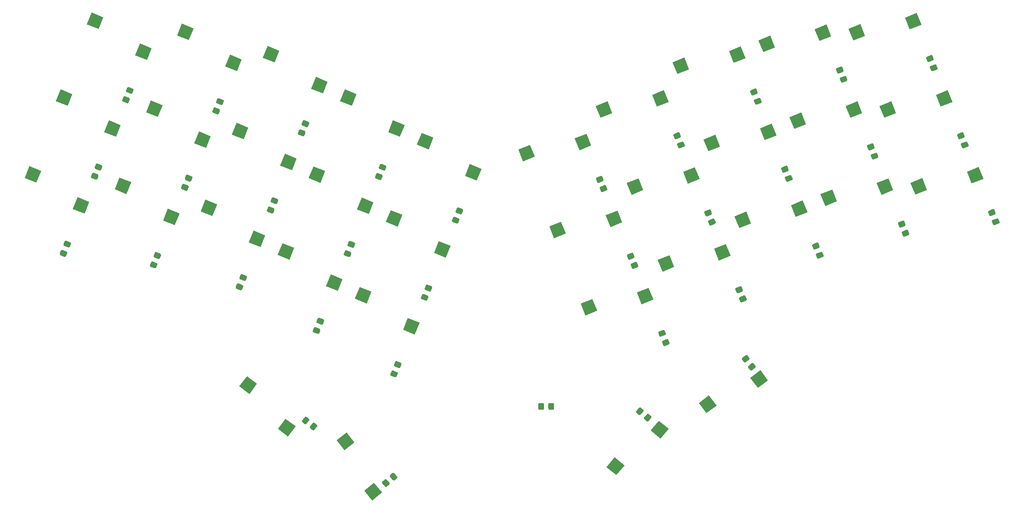
<source format=gbr>
G04 #@! TF.GenerationSoftware,KiCad,Pcbnew,(5.1.9-0-10_14)*
G04 #@! TF.CreationDate,2021-02-04T04:11:51-06:00*
G04 #@! TF.ProjectId,micro_redox_semi_split,6d696372-6f5f-4726-9564-6f785f73656d,rev?*
G04 #@! TF.SameCoordinates,Original*
G04 #@! TF.FileFunction,Paste,Bot*
G04 #@! TF.FilePolarity,Positive*
%FSLAX46Y46*%
G04 Gerber Fmt 4.6, Leading zero omitted, Abs format (unit mm)*
G04 Created by KiCad (PCBNEW (5.1.9-0-10_14)) date 2021-02-04 04:11:51*
%MOMM*%
%LPD*%
G01*
G04 APERTURE LIST*
%ADD10C,0.100000*%
G04 APERTURE END LIST*
D10*
G36*
X198689582Y-65138819D02*
G01*
X197715604Y-62728141D01*
X200126282Y-61754163D01*
X201100260Y-64164841D01*
X198689582Y-65138819D01*
G37*
G36*
X210222690Y-62851917D02*
G01*
X209248712Y-60441239D01*
X211659390Y-59467261D01*
X212633368Y-61877939D01*
X210222690Y-62851917D01*
G37*
G36*
X180695171Y-123418049D02*
G01*
X179130452Y-121341596D01*
X181206905Y-119776877D01*
X182771624Y-121853330D01*
X180695171Y-123418049D01*
G37*
G36*
X191243405Y-118224084D02*
G01*
X189678686Y-116147631D01*
X191755139Y-114582912D01*
X193319858Y-116659365D01*
X191243405Y-118224084D01*
G37*
G36*
X162234253Y-136126816D02*
G01*
X160228029Y-134473012D01*
X161881833Y-132466788D01*
X163888057Y-134120592D01*
X162234253Y-136126816D01*
G37*
G36*
X171278530Y-128613924D02*
G01*
X169272306Y-126960120D01*
X170926110Y-124953896D01*
X172932334Y-126607700D01*
X171278530Y-128613924D01*
G37*
G36*
X104894365Y-129002954D02*
G01*
X106900589Y-127349150D01*
X108554393Y-129355374D01*
X106548169Y-131009178D01*
X104894365Y-129002954D01*
G37*
G36*
X110543494Y-139314590D02*
G01*
X112549718Y-137660786D01*
X114203522Y-139667010D01*
X112197298Y-141320814D01*
X110543494Y-139314590D01*
G37*
G36*
X84946047Y-117911439D02*
G01*
X86510766Y-115834986D01*
X88587219Y-117399705D01*
X87022500Y-119476158D01*
X84946047Y-117911439D01*
G37*
G36*
X92846294Y-126619400D02*
G01*
X94411013Y-124542947D01*
X96487466Y-126107666D01*
X94922747Y-128184119D01*
X92846294Y-126619400D01*
G37*
G36*
X223518080Y-78600818D02*
G01*
X222544102Y-76190140D01*
X224954780Y-75216162D01*
X225928758Y-77626840D01*
X223518080Y-78600818D01*
G37*
G36*
X235051188Y-76313916D02*
G01*
X234077210Y-73903238D01*
X236487888Y-72929260D01*
X237461866Y-75339938D01*
X235051188Y-76313916D01*
G37*
G36*
X205039579Y-80950321D02*
G01*
X204065601Y-78539643D01*
X206476279Y-77565665D01*
X207450257Y-79976343D01*
X205039579Y-80950321D01*
G37*
G36*
X216572687Y-78663419D02*
G01*
X215598709Y-76252741D01*
X218009387Y-75278763D01*
X218983365Y-77689441D01*
X216572687Y-78663419D01*
G37*
G36*
X187450081Y-85458819D02*
G01*
X186476103Y-83048141D01*
X188886781Y-82074163D01*
X189860759Y-84484841D01*
X187450081Y-85458819D01*
G37*
G36*
X198983189Y-83171917D02*
G01*
X198009211Y-80761239D01*
X200419889Y-79787261D01*
X201393867Y-82197939D01*
X198983189Y-83171917D01*
G37*
G36*
X171702080Y-94412323D02*
G01*
X170728102Y-92001645D01*
X173138780Y-91027667D01*
X174112758Y-93438345D01*
X171702080Y-94412323D01*
G37*
G36*
X183235188Y-92125421D02*
G01*
X182261210Y-89714743D01*
X184671888Y-88740765D01*
X185645866Y-91151443D01*
X183235188Y-92125421D01*
G37*
G36*
X155890581Y-103365818D02*
G01*
X154916603Y-100955140D01*
X157327281Y-99981162D01*
X158301259Y-102391840D01*
X155890581Y-103365818D01*
G37*
G36*
X167423689Y-101078916D02*
G01*
X166449711Y-98668238D01*
X168860389Y-97694260D01*
X169834367Y-100104938D01*
X167423689Y-101078916D01*
G37*
G36*
X108637924Y-99938167D02*
G01*
X109611902Y-97527489D01*
X112022580Y-98501467D01*
X111048602Y-100912145D01*
X108637924Y-99938167D01*
G37*
G36*
X118522763Y-106304678D02*
G01*
X119496741Y-103894000D01*
X121907419Y-104867978D01*
X120933441Y-107278656D01*
X118522763Y-106304678D01*
G37*
G36*
X92826422Y-90984665D02*
G01*
X93800400Y-88573987D01*
X96211078Y-89547965D01*
X95237100Y-91958643D01*
X92826422Y-90984665D01*
G37*
G36*
X102711261Y-97351176D02*
G01*
X103685239Y-94940498D01*
X106095917Y-95914476D01*
X105121939Y-98325154D01*
X102711261Y-97351176D01*
G37*
G36*
X77014922Y-82031166D02*
G01*
X77988900Y-79620488D01*
X80399578Y-80594466D01*
X79425600Y-83005144D01*
X77014922Y-82031166D01*
G37*
G36*
X86899761Y-88397677D02*
G01*
X87873739Y-85986999D01*
X90284417Y-86960977D01*
X89310439Y-89371655D01*
X86899761Y-88397677D01*
G37*
G36*
X59425425Y-77522669D02*
G01*
X60399403Y-75111991D01*
X62810081Y-76085969D01*
X61836103Y-78496647D01*
X59425425Y-77522669D01*
G37*
G36*
X69310264Y-83889180D02*
G01*
X70284242Y-81478502D01*
X72694920Y-82452480D01*
X71720942Y-84863158D01*
X69310264Y-83889180D01*
G37*
G36*
X40946918Y-75173172D02*
G01*
X41920896Y-72762494D01*
X44331574Y-73736472D01*
X43357596Y-76147150D01*
X40946918Y-75173172D01*
G37*
G36*
X50831757Y-81539683D02*
G01*
X51805735Y-79129005D01*
X54216413Y-80102983D01*
X53242435Y-82513661D01*
X50831757Y-81539683D01*
G37*
G36*
X217168082Y-62852817D02*
G01*
X216194104Y-60442139D01*
X218604782Y-59468161D01*
X219578760Y-61878839D01*
X217168082Y-62852817D01*
G37*
G36*
X228701190Y-60565915D02*
G01*
X227727212Y-58155237D01*
X230137890Y-57181259D01*
X231111868Y-59591937D01*
X228701190Y-60565915D01*
G37*
G36*
X181100081Y-69710820D02*
G01*
X180126103Y-67300142D01*
X182536781Y-66326164D01*
X183510759Y-68736842D01*
X181100081Y-69710820D01*
G37*
G36*
X192633189Y-67423918D02*
G01*
X191659211Y-65013240D01*
X194069889Y-64039262D01*
X195043867Y-66449940D01*
X192633189Y-67423918D01*
G37*
G36*
X165352081Y-78664322D02*
G01*
X164378103Y-76253644D01*
X166788781Y-75279666D01*
X167762759Y-77690344D01*
X165352081Y-78664322D01*
G37*
G36*
X176885189Y-76377420D02*
G01*
X175911211Y-73966742D01*
X178321889Y-72992764D01*
X179295867Y-75403442D01*
X176885189Y-76377420D01*
G37*
G36*
X149477077Y-87554322D02*
G01*
X148503099Y-85143644D01*
X150913777Y-84169666D01*
X151887755Y-86580344D01*
X149477077Y-87554322D01*
G37*
G36*
X161010185Y-85267420D02*
G01*
X160036207Y-82856742D01*
X162446885Y-81882764D01*
X163420863Y-84293442D01*
X161010185Y-85267420D01*
G37*
G36*
X114987921Y-84190171D02*
G01*
X115961899Y-81779493D01*
X118372577Y-82753471D01*
X117398599Y-85164149D01*
X114987921Y-84190171D01*
G37*
G36*
X124872760Y-90556682D02*
G01*
X125846738Y-88146004D01*
X128257416Y-89119982D01*
X127283438Y-91530660D01*
X124872760Y-90556682D01*
G37*
G36*
X99176420Y-75236669D02*
G01*
X100150398Y-72825991D01*
X102561076Y-73799969D01*
X101587098Y-76210647D01*
X99176420Y-75236669D01*
G37*
G36*
X109061259Y-81603180D02*
G01*
X110035237Y-79192502D01*
X112445915Y-80166480D01*
X111471937Y-82577158D01*
X109061259Y-81603180D01*
G37*
G36*
X83428421Y-66283166D02*
G01*
X84402399Y-63872488D01*
X86813077Y-64846466D01*
X85839099Y-67257144D01*
X83428421Y-66283166D01*
G37*
G36*
X93313260Y-72649677D02*
G01*
X94287238Y-70238999D01*
X96697916Y-71212977D01*
X95723938Y-73623655D01*
X93313260Y-72649677D01*
G37*
G36*
X65838921Y-61711166D02*
G01*
X66812899Y-59300488D01*
X69223577Y-60274466D01*
X68249599Y-62685144D01*
X65838921Y-61711166D01*
G37*
G36*
X75723760Y-68077677D02*
G01*
X76697738Y-65666999D01*
X79108416Y-66640977D01*
X78134438Y-69051655D01*
X75723760Y-68077677D01*
G37*
G36*
X47360419Y-59425168D02*
G01*
X48334397Y-57014490D01*
X50745075Y-57988468D01*
X49771097Y-60399146D01*
X47360419Y-59425168D01*
G37*
G36*
X57245258Y-65791679D02*
G01*
X58219236Y-63381001D01*
X60629914Y-64354979D01*
X59655936Y-66765657D01*
X57245258Y-65791679D01*
G37*
G36*
X210818079Y-47041317D02*
G01*
X209844101Y-44630639D01*
X212254779Y-43656661D01*
X213228757Y-46067339D01*
X210818079Y-47041317D01*
G37*
G36*
X222351187Y-44754415D02*
G01*
X221377209Y-42343737D01*
X223787887Y-41369759D01*
X224761865Y-43780437D01*
X222351187Y-44754415D01*
G37*
G36*
X192339584Y-49390819D02*
G01*
X191365606Y-46980141D01*
X193776284Y-46006163D01*
X194750262Y-48416841D01*
X192339584Y-49390819D01*
G37*
G36*
X203872692Y-47103917D02*
G01*
X202898714Y-44693239D01*
X205309392Y-43719261D01*
X206283370Y-46129939D01*
X203872692Y-47103917D01*
G37*
G36*
X174750080Y-53899320D02*
G01*
X173776102Y-51488642D01*
X176186780Y-50514664D01*
X177160758Y-52925342D01*
X174750080Y-53899320D01*
G37*
G36*
X186283188Y-51612418D02*
G01*
X185309210Y-49201740D01*
X187719888Y-48227762D01*
X188693866Y-50638440D01*
X186283188Y-51612418D01*
G37*
G36*
X159002080Y-62852821D02*
G01*
X158028102Y-60442143D01*
X160438780Y-59468165D01*
X161412758Y-61878843D01*
X159002080Y-62852821D01*
G37*
G36*
X170535188Y-60565919D02*
G01*
X169561210Y-58155241D01*
X171971888Y-57181263D01*
X172945866Y-59591941D01*
X170535188Y-60565919D01*
G37*
G36*
X143127083Y-71806320D02*
G01*
X142153105Y-69395642D01*
X144563783Y-68421664D01*
X145537761Y-70832342D01*
X143127083Y-71806320D01*
G37*
G36*
X154660191Y-69519418D02*
G01*
X153686213Y-67108740D01*
X156096891Y-66134762D01*
X157070869Y-68545440D01*
X154660191Y-69519418D01*
G37*
G36*
X121337921Y-68378668D02*
G01*
X122311899Y-65967990D01*
X124722577Y-66941968D01*
X123748599Y-69352646D01*
X121337921Y-68378668D01*
G37*
G36*
X131222760Y-74745179D02*
G01*
X132196738Y-72334501D01*
X134607416Y-73308479D01*
X133633438Y-75719157D01*
X131222760Y-74745179D01*
G37*
G36*
X105589920Y-59425167D02*
G01*
X106563898Y-57014489D01*
X108974576Y-57988467D01*
X108000598Y-60399145D01*
X105589920Y-59425167D01*
G37*
G36*
X115474759Y-65791678D02*
G01*
X116448737Y-63381000D01*
X118859415Y-64354978D01*
X117885437Y-66765656D01*
X115474759Y-65791678D01*
G37*
G36*
X89778421Y-50535167D02*
G01*
X90752399Y-48124489D01*
X93163077Y-49098467D01*
X92189099Y-51509145D01*
X89778421Y-50535167D01*
G37*
G36*
X99663260Y-56901678D02*
G01*
X100637238Y-54491000D01*
X103047916Y-55464978D01*
X102073938Y-57875656D01*
X99663260Y-56901678D01*
G37*
G36*
X72188919Y-45963167D02*
G01*
X73162897Y-43552489D01*
X75573575Y-44526467D01*
X74599597Y-46937145D01*
X72188919Y-45963167D01*
G37*
G36*
X82073758Y-52329678D02*
G01*
X83047736Y-49919000D01*
X85458414Y-50892978D01*
X84484436Y-53303656D01*
X82073758Y-52329678D01*
G37*
G36*
X53710421Y-43677166D02*
G01*
X54684399Y-41266488D01*
X57095077Y-42240466D01*
X56121099Y-44651144D01*
X53710421Y-43677166D01*
G37*
G36*
X63595260Y-50043677D02*
G01*
X64569238Y-47632999D01*
X66979916Y-48606977D01*
X66005938Y-51017655D01*
X63595260Y-50043677D01*
G37*
G36*
G01*
X147390866Y-121578895D02*
X147390866Y-122478897D01*
G75*
G02*
X147140867Y-122728896I-249999J0D01*
G01*
X146490865Y-122728896D01*
G75*
G02*
X146240866Y-122478897I0J249999D01*
G01*
X146240866Y-121578895D01*
G75*
G02*
X146490865Y-121328896I249999J0D01*
G01*
X147140867Y-121328896D01*
G75*
G02*
X147390866Y-121578895I0J-249999D01*
G01*
G37*
G36*
G01*
X149440866Y-121578895D02*
X149440866Y-122478897D01*
G75*
G02*
X149190867Y-122728896I-249999J0D01*
G01*
X148540865Y-122728896D01*
G75*
G02*
X148290866Y-122478897I0J249999D01*
G01*
X148290866Y-121578895D01*
G75*
G02*
X148540865Y-121328896I249999J0D01*
G01*
X149190867Y-121328896D01*
G75*
G02*
X149440866Y-121578895I0J-249999D01*
G01*
G37*
G36*
G01*
X189281297Y-113705598D02*
X190000070Y-113163963D01*
G75*
G02*
X190350181Y-113213168I150453J-199658D01*
G01*
X190741362Y-113732283D01*
G75*
G02*
X190692157Y-114082394I-199658J-150453D01*
G01*
X189973384Y-114624029D01*
G75*
G02*
X189623273Y-114574824I-150453J199658D01*
G01*
X189232092Y-114055709D01*
G75*
G02*
X189281297Y-113705598I199658J150453D01*
G01*
G37*
G36*
G01*
X188047577Y-112068396D02*
X188766350Y-111526761D01*
G75*
G02*
X189116461Y-111575966I150453J-199658D01*
G01*
X189507642Y-112095081D01*
G75*
G02*
X189458437Y-112445192I-199658J-150453D01*
G01*
X188739664Y-112986827D01*
G75*
G02*
X188389553Y-112937622I-150453J199658D01*
G01*
X187998372Y-112418507D01*
G75*
G02*
X188047577Y-112068396I199658J150453D01*
G01*
G37*
G36*
G01*
X167904362Y-124313363D02*
X168476834Y-123618899D01*
G75*
G02*
X168828758Y-123585013I192905J-159019D01*
G01*
X169330316Y-123998465D01*
G75*
G02*
X169364202Y-124350389I-159019J-192905D01*
G01*
X168791730Y-125044853D01*
G75*
G02*
X168439806Y-125078739I-192905J159019D01*
G01*
X167938248Y-124665287D01*
G75*
G02*
X167904362Y-124313363I159019J192905D01*
G01*
G37*
G36*
G01*
X166322532Y-123009403D02*
X166895004Y-122314939D01*
G75*
G02*
X167246928Y-122281053I192905J-159019D01*
G01*
X167748486Y-122694505D01*
G75*
G02*
X167782372Y-123046429I-159019J-192905D01*
G01*
X167209900Y-123740893D01*
G75*
G02*
X166857976Y-123774779I-192905J159019D01*
G01*
X166356418Y-123361327D01*
G75*
G02*
X166322532Y-123009403I159019J192905D01*
G01*
G37*
G36*
G01*
X115139903Y-137017406D02*
X115712375Y-137711870D01*
G75*
G02*
X115678489Y-138063794I-192905J-159019D01*
G01*
X115176931Y-138477246D01*
G75*
G02*
X114825007Y-138443360I-159019J192905D01*
G01*
X114252535Y-137748896D01*
G75*
G02*
X114286421Y-137396972I192905J159019D01*
G01*
X114787979Y-136983520D01*
G75*
G02*
X115139903Y-137017406I159019J-192905D01*
G01*
G37*
G36*
G01*
X116721733Y-135713446D02*
X117294205Y-136407910D01*
G75*
G02*
X117260319Y-136759834I-192905J-159019D01*
G01*
X116758761Y-137173286D01*
G75*
G02*
X116406837Y-137139400I-159019J192905D01*
G01*
X115834365Y-136444936D01*
G75*
G02*
X115868251Y-136093012I192905J159019D01*
G01*
X116369809Y-135679560D01*
G75*
G02*
X116721733Y-135713446I159019J-192905D01*
G01*
G37*
G36*
G01*
X99269430Y-124897705D02*
X98727795Y-125616478D01*
G75*
G02*
X98377684Y-125665683I-199658J150453D01*
G01*
X97858569Y-125274502D01*
G75*
G02*
X97809364Y-124924391I150453J199658D01*
G01*
X98350999Y-124205618D01*
G75*
G02*
X98701110Y-124156413I199658J-150453D01*
G01*
X99220225Y-124547594D01*
G75*
G02*
X99269430Y-124897705I-150453J-199658D01*
G01*
G37*
G36*
G01*
X100906632Y-126131425D02*
X100364997Y-126850198D01*
G75*
G02*
X100014886Y-126899403I-199658J150453D01*
G01*
X99495771Y-126508222D01*
G75*
G02*
X99446566Y-126158111I150453J199658D01*
G01*
X99988201Y-125439338D01*
G75*
G02*
X100338312Y-125390133I199658J-150453D01*
G01*
X100857427Y-125781314D01*
G75*
G02*
X100906632Y-126131425I-150453J-199658D01*
G01*
G37*
G36*
G01*
X239847026Y-82644595D02*
X239012559Y-82981742D01*
G75*
G02*
X238687113Y-82843598I-93651J231795D01*
G01*
X238443618Y-82240927D01*
G75*
G02*
X238581762Y-81915481I231795J93651D01*
G01*
X239416229Y-81578334D01*
G75*
G02*
X239741675Y-81716478I93651J-231795D01*
G01*
X239985170Y-82319149D01*
G75*
G02*
X239847026Y-82644595I-231795J-93651D01*
G01*
G37*
G36*
G01*
X240614970Y-84545321D02*
X239780503Y-84882468D01*
G75*
G02*
X239455057Y-84744324I-93651J231795D01*
G01*
X239211562Y-84141653D01*
G75*
G02*
X239349706Y-83816207I231795J93651D01*
G01*
X240184173Y-83479060D01*
G75*
G02*
X240509619Y-83617204I93651J-231795D01*
G01*
X240753114Y-84219875D01*
G75*
G02*
X240614970Y-84545321I-231795J-93651D01*
G01*
G37*
G36*
G01*
X221368526Y-84994092D02*
X220534059Y-85331239D01*
G75*
G02*
X220208613Y-85193095I-93651J231795D01*
G01*
X219965118Y-84590424D01*
G75*
G02*
X220103262Y-84264978I231795J93651D01*
G01*
X220937729Y-83927831D01*
G75*
G02*
X221263175Y-84065975I93651J-231795D01*
G01*
X221506670Y-84668646D01*
G75*
G02*
X221368526Y-84994092I-231795J-93651D01*
G01*
G37*
G36*
G01*
X222136470Y-86894818D02*
X221302003Y-87231965D01*
G75*
G02*
X220976557Y-87093821I-93651J231795D01*
G01*
X220733062Y-86491150D01*
G75*
G02*
X220871206Y-86165704I231795J93651D01*
G01*
X221705673Y-85828557D01*
G75*
G02*
X222031119Y-85966701I93651J-231795D01*
G01*
X222274614Y-86569372D01*
G75*
G02*
X222136470Y-86894818I-231795J-93651D01*
G01*
G37*
G36*
G01*
X203779026Y-89502593D02*
X202944559Y-89839740D01*
G75*
G02*
X202619113Y-89701596I-93651J231795D01*
G01*
X202375618Y-89098925D01*
G75*
G02*
X202513762Y-88773479I231795J93651D01*
G01*
X203348229Y-88436332D01*
G75*
G02*
X203673675Y-88574476I93651J-231795D01*
G01*
X203917170Y-89177147D01*
G75*
G02*
X203779026Y-89502593I-231795J-93651D01*
G01*
G37*
G36*
G01*
X204546970Y-91403319D02*
X203712503Y-91740466D01*
G75*
G02*
X203387057Y-91602322I-93651J231795D01*
G01*
X203143562Y-90999651D01*
G75*
G02*
X203281706Y-90674205I231795J93651D01*
G01*
X204116173Y-90337058D01*
G75*
G02*
X204441619Y-90475202I93651J-231795D01*
G01*
X204685114Y-91077873D01*
G75*
G02*
X204546970Y-91403319I-231795J-93651D01*
G01*
G37*
G36*
G01*
X188031029Y-98456094D02*
X187196562Y-98793241D01*
G75*
G02*
X186871116Y-98655097I-93651J231795D01*
G01*
X186627621Y-98052426D01*
G75*
G02*
X186765765Y-97726980I231795J93651D01*
G01*
X187600232Y-97389833D01*
G75*
G02*
X187925678Y-97527977I93651J-231795D01*
G01*
X188169173Y-98130648D01*
G75*
G02*
X188031029Y-98456094I-231795J-93651D01*
G01*
G37*
G36*
G01*
X188798973Y-100356820D02*
X187964506Y-100693967D01*
G75*
G02*
X187639060Y-100555823I-93651J231795D01*
G01*
X187395565Y-99953152D01*
G75*
G02*
X187533709Y-99627706I231795J93651D01*
G01*
X188368176Y-99290559D01*
G75*
G02*
X188693622Y-99428703I93651J-231795D01*
G01*
X188937117Y-100031374D01*
G75*
G02*
X188798973Y-100356820I-231795J-93651D01*
G01*
G37*
G36*
G01*
X172219527Y-107409588D02*
X171385060Y-107746735D01*
G75*
G02*
X171059614Y-107608591I-93651J231795D01*
G01*
X170816119Y-107005920D01*
G75*
G02*
X170954263Y-106680474I231795J93651D01*
G01*
X171788730Y-106343327D01*
G75*
G02*
X172114176Y-106481471I93651J-231795D01*
G01*
X172357671Y-107084142D01*
G75*
G02*
X172219527Y-107409588I-231795J-93651D01*
G01*
G37*
G36*
G01*
X172987471Y-109310314D02*
X172153004Y-109647461D01*
G75*
G02*
X171827558Y-109509317I-93651J231795D01*
G01*
X171584063Y-108906646D01*
G75*
G02*
X171722207Y-108581200I231795J93651D01*
G01*
X172556674Y-108244053D01*
G75*
G02*
X172882120Y-108382197I93651J-231795D01*
G01*
X173125615Y-108984868D01*
G75*
G02*
X172987471Y-109310314I-231795J-93651D01*
G01*
G37*
G36*
G01*
X117629175Y-114160238D02*
X116794708Y-113823091D01*
G75*
G02*
X116656564Y-113497645I93651J231795D01*
G01*
X116900059Y-112894974D01*
G75*
G02*
X117225505Y-112756830I231795J-93651D01*
G01*
X118059972Y-113093977D01*
G75*
G02*
X118198116Y-113419423I-93651J-231795D01*
G01*
X117954621Y-114022094D01*
G75*
G02*
X117629175Y-114160238I-231795J93651D01*
G01*
G37*
G36*
G01*
X116861231Y-116060964D02*
X116026764Y-115723817D01*
G75*
G02*
X115888620Y-115398371I93651J231795D01*
G01*
X116132115Y-114795700D01*
G75*
G02*
X116457561Y-114657556I231795J-93651D01*
G01*
X117292028Y-114994703D01*
G75*
G02*
X117430172Y-115320149I-93651J-231795D01*
G01*
X117186677Y-115922820D01*
G75*
G02*
X116861231Y-116060964I-231795J93651D01*
G01*
G37*
G36*
G01*
X101754176Y-105270246D02*
X100919709Y-104933099D01*
G75*
G02*
X100781565Y-104607653I93651J231795D01*
G01*
X101025060Y-104004982D01*
G75*
G02*
X101350506Y-103866838I231795J-93651D01*
G01*
X102184973Y-104203985D01*
G75*
G02*
X102323117Y-104529431I-93651J-231795D01*
G01*
X102079622Y-105132102D01*
G75*
G02*
X101754176Y-105270246I-231795J93651D01*
G01*
G37*
G36*
G01*
X100986232Y-107170972D02*
X100151765Y-106833825D01*
G75*
G02*
X100013621Y-106508379I93651J231795D01*
G01*
X100257116Y-105905708D01*
G75*
G02*
X100582562Y-105767564I231795J-93651D01*
G01*
X101417029Y-106104711D01*
G75*
G02*
X101555173Y-106430157I-93651J-231795D01*
G01*
X101311678Y-107032828D01*
G75*
G02*
X100986232Y-107170972I-231795J93651D01*
G01*
G37*
G36*
G01*
X85942674Y-96316741D02*
X85108207Y-95979594D01*
G75*
G02*
X84970063Y-95654148I93651J231795D01*
G01*
X85213558Y-95051477D01*
G75*
G02*
X85539004Y-94913333I231795J-93651D01*
G01*
X86373471Y-95250480D01*
G75*
G02*
X86511615Y-95575926I-93651J-231795D01*
G01*
X86268120Y-96178597D01*
G75*
G02*
X85942674Y-96316741I-231795J93651D01*
G01*
G37*
G36*
G01*
X85174730Y-98217467D02*
X84340263Y-97880320D01*
G75*
G02*
X84202119Y-97554874I93651J231795D01*
G01*
X84445614Y-96952203D01*
G75*
G02*
X84771060Y-96814059I231795J-93651D01*
G01*
X85605527Y-97151206D01*
G75*
G02*
X85743671Y-97476652I-93651J-231795D01*
G01*
X85500176Y-98079323D01*
G75*
G02*
X85174730Y-98217467I-231795J93651D01*
G01*
G37*
G36*
G01*
X68353175Y-91808238D02*
X67518708Y-91471091D01*
G75*
G02*
X67380564Y-91145645I93651J231795D01*
G01*
X67624059Y-90542974D01*
G75*
G02*
X67949505Y-90404830I231795J-93651D01*
G01*
X68783972Y-90741977D01*
G75*
G02*
X68922116Y-91067423I-93651J-231795D01*
G01*
X68678621Y-91670094D01*
G75*
G02*
X68353175Y-91808238I-231795J93651D01*
G01*
G37*
G36*
G01*
X67585231Y-93708964D02*
X66750764Y-93371817D01*
G75*
G02*
X66612620Y-93046371I93651J231795D01*
G01*
X66856115Y-92443700D01*
G75*
G02*
X67181561Y-92305556I231795J-93651D01*
G01*
X68016028Y-92642703D01*
G75*
G02*
X68154172Y-92968149I-93651J-231795D01*
G01*
X67910677Y-93570820D01*
G75*
G02*
X67585231Y-93708964I-231795J93651D01*
G01*
G37*
G36*
G01*
X49874675Y-89458741D02*
X49040208Y-89121594D01*
G75*
G02*
X48902064Y-88796148I93651J231795D01*
G01*
X49145559Y-88193477D01*
G75*
G02*
X49471005Y-88055333I231795J-93651D01*
G01*
X50305472Y-88392480D01*
G75*
G02*
X50443616Y-88717926I-93651J-231795D01*
G01*
X50200121Y-89320597D01*
G75*
G02*
X49874675Y-89458741I-231795J93651D01*
G01*
G37*
G36*
G01*
X49106731Y-91359467D02*
X48272264Y-91022320D01*
G75*
G02*
X48134120Y-90696874I93651J231795D01*
G01*
X48377615Y-90094203D01*
G75*
G02*
X48703061Y-89956059I231795J-93651D01*
G01*
X49537528Y-90293206D01*
G75*
G02*
X49675672Y-90618652I-93651J-231795D01*
G01*
X49432177Y-91221323D01*
G75*
G02*
X49106731Y-91359467I-231795J93651D01*
G01*
G37*
G36*
G01*
X233497027Y-66896593D02*
X232662560Y-67233740D01*
G75*
G02*
X232337114Y-67095596I-93651J231795D01*
G01*
X232093619Y-66492925D01*
G75*
G02*
X232231763Y-66167479I231795J93651D01*
G01*
X233066230Y-65830332D01*
G75*
G02*
X233391676Y-65968476I93651J-231795D01*
G01*
X233635171Y-66571147D01*
G75*
G02*
X233497027Y-66896593I-231795J-93651D01*
G01*
G37*
G36*
G01*
X234264971Y-68797319D02*
X233430504Y-69134466D01*
G75*
G02*
X233105058Y-68996322I-93651J231795D01*
G01*
X232861563Y-68393651D01*
G75*
G02*
X232999707Y-68068205I231795J93651D01*
G01*
X233834174Y-67731058D01*
G75*
G02*
X234159620Y-67869202I93651J-231795D01*
G01*
X234403115Y-68471873D01*
G75*
G02*
X234264971Y-68797319I-231795J-93651D01*
G01*
G37*
G36*
G01*
X215018529Y-69182599D02*
X214184062Y-69519746D01*
G75*
G02*
X213858616Y-69381602I-93651J231795D01*
G01*
X213615121Y-68778931D01*
G75*
G02*
X213753265Y-68453485I231795J93651D01*
G01*
X214587732Y-68116338D01*
G75*
G02*
X214913178Y-68254482I93651J-231795D01*
G01*
X215156673Y-68857153D01*
G75*
G02*
X215018529Y-69182599I-231795J-93651D01*
G01*
G37*
G36*
G01*
X215786473Y-71083325D02*
X214952006Y-71420472D01*
G75*
G02*
X214626560Y-71282328I-93651J231795D01*
G01*
X214383065Y-70679657D01*
G75*
G02*
X214521209Y-70354211I231795J93651D01*
G01*
X215355676Y-70017064D01*
G75*
G02*
X215681122Y-70155208I93651J-231795D01*
G01*
X215924617Y-70757879D01*
G75*
G02*
X215786473Y-71083325I-231795J-93651D01*
G01*
G37*
G36*
G01*
X197429028Y-73754593D02*
X196594561Y-74091740D01*
G75*
G02*
X196269115Y-73953596I-93651J231795D01*
G01*
X196025620Y-73350925D01*
G75*
G02*
X196163764Y-73025479I231795J93651D01*
G01*
X196998231Y-72688332D01*
G75*
G02*
X197323677Y-72826476I93651J-231795D01*
G01*
X197567172Y-73429147D01*
G75*
G02*
X197429028Y-73754593I-231795J-93651D01*
G01*
G37*
G36*
G01*
X198196972Y-75655319D02*
X197362505Y-75992466D01*
G75*
G02*
X197037059Y-75854322I-93651J231795D01*
G01*
X196793564Y-75251651D01*
G75*
G02*
X196931708Y-74926205I231795J93651D01*
G01*
X197766175Y-74589058D01*
G75*
G02*
X198091621Y-74727202I93651J-231795D01*
G01*
X198335116Y-75329873D01*
G75*
G02*
X198196972Y-75655319I-231795J-93651D01*
G01*
G37*
G36*
G01*
X181681027Y-82708094D02*
X180846560Y-83045241D01*
G75*
G02*
X180521114Y-82907097I-93651J231795D01*
G01*
X180277619Y-82304426D01*
G75*
G02*
X180415763Y-81978980I231795J93651D01*
G01*
X181250230Y-81641833D01*
G75*
G02*
X181575676Y-81779977I93651J-231795D01*
G01*
X181819171Y-82382648D01*
G75*
G02*
X181681027Y-82708094I-231795J-93651D01*
G01*
G37*
G36*
G01*
X182448971Y-84608820D02*
X181614504Y-84945967D01*
G75*
G02*
X181289058Y-84807823I-93651J231795D01*
G01*
X181045563Y-84205152D01*
G75*
G02*
X181183707Y-83879706I231795J93651D01*
G01*
X182018174Y-83542559D01*
G75*
G02*
X182343620Y-83680703I93651J-231795D01*
G01*
X182587115Y-84283374D01*
G75*
G02*
X182448971Y-84608820I-231795J-93651D01*
G01*
G37*
G36*
G01*
X165806026Y-91598095D02*
X164971559Y-91935242D01*
G75*
G02*
X164646113Y-91797098I-93651J231795D01*
G01*
X164402618Y-91194427D01*
G75*
G02*
X164540762Y-90868981I231795J93651D01*
G01*
X165375229Y-90531834D01*
G75*
G02*
X165700675Y-90669978I93651J-231795D01*
G01*
X165944170Y-91272649D01*
G75*
G02*
X165806026Y-91598095I-231795J-93651D01*
G01*
G37*
G36*
G01*
X166573970Y-93498821D02*
X165739503Y-93835968D01*
G75*
G02*
X165414057Y-93697824I-93651J231795D01*
G01*
X165170562Y-93095153D01*
G75*
G02*
X165308706Y-92769707I231795J93651D01*
G01*
X166143173Y-92432560D01*
G75*
G02*
X166468619Y-92570704I93651J-231795D01*
G01*
X166712114Y-93173375D01*
G75*
G02*
X166573970Y-93498821I-231795J-93651D01*
G01*
G37*
G36*
G01*
X123915673Y-98475741D02*
X123081206Y-98138594D01*
G75*
G02*
X122943062Y-97813148I93651J231795D01*
G01*
X123186557Y-97210477D01*
G75*
G02*
X123512003Y-97072333I231795J-93651D01*
G01*
X124346470Y-97409480D01*
G75*
G02*
X124484614Y-97734926I-93651J-231795D01*
G01*
X124241119Y-98337597D01*
G75*
G02*
X123915673Y-98475741I-231795J93651D01*
G01*
G37*
G36*
G01*
X123147729Y-100376467D02*
X122313262Y-100039320D01*
G75*
G02*
X122175118Y-99713874I93651J231795D01*
G01*
X122418613Y-99111203D01*
G75*
G02*
X122744059Y-98973059I231795J-93651D01*
G01*
X123578526Y-99310206D01*
G75*
G02*
X123716670Y-99635652I-93651J-231795D01*
G01*
X123473175Y-100238323D01*
G75*
G02*
X123147729Y-100376467I-231795J93651D01*
G01*
G37*
G36*
G01*
X108104170Y-89522240D02*
X107269703Y-89185093D01*
G75*
G02*
X107131559Y-88859647I93651J231795D01*
G01*
X107375054Y-88256976D01*
G75*
G02*
X107700500Y-88118832I231795J-93651D01*
G01*
X108534967Y-88455979D01*
G75*
G02*
X108673111Y-88781425I-93651J-231795D01*
G01*
X108429616Y-89384096D01*
G75*
G02*
X108104170Y-89522240I-231795J93651D01*
G01*
G37*
G36*
G01*
X107336226Y-91422966D02*
X106501759Y-91085819D01*
G75*
G02*
X106363615Y-90760373I93651J231795D01*
G01*
X106607110Y-90157702D01*
G75*
G02*
X106932556Y-90019558I231795J-93651D01*
G01*
X107767023Y-90356705D01*
G75*
G02*
X107905167Y-90682151I-93651J-231795D01*
G01*
X107661672Y-91284822D01*
G75*
G02*
X107336226Y-91422966I-231795J93651D01*
G01*
G37*
G36*
G01*
X92353202Y-80566603D02*
X91518735Y-80229456D01*
G75*
G02*
X91380591Y-79904010I93651J231795D01*
G01*
X91624086Y-79301339D01*
G75*
G02*
X91949532Y-79163195I231795J-93651D01*
G01*
X92783999Y-79500342D01*
G75*
G02*
X92922143Y-79825788I-93651J-231795D01*
G01*
X92678648Y-80428459D01*
G75*
G02*
X92353202Y-80566603I-231795J93651D01*
G01*
G37*
G36*
G01*
X91585258Y-82467329D02*
X90750791Y-82130182D01*
G75*
G02*
X90612647Y-81804736I93651J231795D01*
G01*
X90856142Y-81202065D01*
G75*
G02*
X91181588Y-81063921I231795J-93651D01*
G01*
X92016055Y-81401068D01*
G75*
G02*
X92154199Y-81726514I-93651J-231795D01*
G01*
X91910704Y-82329185D01*
G75*
G02*
X91585258Y-82467329I-231795J93651D01*
G01*
G37*
G36*
G01*
X74763700Y-75931105D02*
X73929233Y-75593958D01*
G75*
G02*
X73791089Y-75268512I93651J231795D01*
G01*
X74034584Y-74665841D01*
G75*
G02*
X74360030Y-74527697I231795J-93651D01*
G01*
X75194497Y-74864844D01*
G75*
G02*
X75332641Y-75190290I-93651J-231795D01*
G01*
X75089146Y-75792961D01*
G75*
G02*
X74763700Y-75931105I-231795J93651D01*
G01*
G37*
G36*
G01*
X73995756Y-77831831D02*
X73161289Y-77494684D01*
G75*
G02*
X73023145Y-77169238I93651J231795D01*
G01*
X73266640Y-76566567D01*
G75*
G02*
X73592086Y-76428423I231795J-93651D01*
G01*
X74426553Y-76765570D01*
G75*
G02*
X74564697Y-77091016I-93651J-231795D01*
G01*
X74321202Y-77693687D01*
G75*
G02*
X73995756Y-77831831I-231795J93651D01*
G01*
G37*
G36*
G01*
X56288174Y-73647237D02*
X55453707Y-73310090D01*
G75*
G02*
X55315563Y-72984644I93651J231795D01*
G01*
X55559058Y-72381973D01*
G75*
G02*
X55884504Y-72243829I231795J-93651D01*
G01*
X56718971Y-72580976D01*
G75*
G02*
X56857115Y-72906422I-93651J-231795D01*
G01*
X56613620Y-73509093D01*
G75*
G02*
X56288174Y-73647237I-231795J93651D01*
G01*
G37*
G36*
G01*
X55520230Y-75547963D02*
X54685763Y-75210816D01*
G75*
G02*
X54547619Y-74885370I93651J231795D01*
G01*
X54791114Y-74282699D01*
G75*
G02*
X55116560Y-74144555I231795J-93651D01*
G01*
X55951027Y-74481702D01*
G75*
G02*
X56089171Y-74807148I-93651J-231795D01*
G01*
X55845676Y-75409819D01*
G75*
G02*
X55520230Y-75547963I-231795J93651D01*
G01*
G37*
G36*
G01*
X227147031Y-51085091D02*
X226312564Y-51422238D01*
G75*
G02*
X225987118Y-51284094I-93651J231795D01*
G01*
X225743623Y-50681423D01*
G75*
G02*
X225881767Y-50355977I231795J93651D01*
G01*
X226716234Y-50018830D01*
G75*
G02*
X227041680Y-50156974I93651J-231795D01*
G01*
X227285175Y-50759645D01*
G75*
G02*
X227147031Y-51085091I-231795J-93651D01*
G01*
G37*
G36*
G01*
X227914975Y-52985817D02*
X227080508Y-53322964D01*
G75*
G02*
X226755062Y-53184820I-93651J231795D01*
G01*
X226511567Y-52582149D01*
G75*
G02*
X226649711Y-52256703I231795J93651D01*
G01*
X227484178Y-51919556D01*
G75*
G02*
X227809624Y-52057700I93651J-231795D01*
G01*
X228053119Y-52660371D01*
G75*
G02*
X227914975Y-52985817I-231795J-93651D01*
G01*
G37*
G36*
G01*
X208668526Y-53434592D02*
X207834059Y-53771739D01*
G75*
G02*
X207508613Y-53633595I-93651J231795D01*
G01*
X207265118Y-53030924D01*
G75*
G02*
X207403262Y-52705478I231795J93651D01*
G01*
X208237729Y-52368331D01*
G75*
G02*
X208563175Y-52506475I93651J-231795D01*
G01*
X208806670Y-53109146D01*
G75*
G02*
X208668526Y-53434592I-231795J-93651D01*
G01*
G37*
G36*
G01*
X209436470Y-55335318D02*
X208602003Y-55672465D01*
G75*
G02*
X208276557Y-55534321I-93651J231795D01*
G01*
X208033062Y-54931650D01*
G75*
G02*
X208171206Y-54606204I231795J93651D01*
G01*
X209005673Y-54269057D01*
G75*
G02*
X209331119Y-54407201I93651J-231795D01*
G01*
X209574614Y-55009872D01*
G75*
G02*
X209436470Y-55335318I-231795J-93651D01*
G01*
G37*
G36*
G01*
X191079028Y-57943094D02*
X190244561Y-58280241D01*
G75*
G02*
X189919115Y-58142097I-93651J231795D01*
G01*
X189675620Y-57539426D01*
G75*
G02*
X189813764Y-57213980I231795J93651D01*
G01*
X190648231Y-56876833D01*
G75*
G02*
X190973677Y-57014977I93651J-231795D01*
G01*
X191217172Y-57617648D01*
G75*
G02*
X191079028Y-57943094I-231795J-93651D01*
G01*
G37*
G36*
G01*
X191846972Y-59843820D02*
X191012505Y-60180967D01*
G75*
G02*
X190687059Y-60042823I-93651J231795D01*
G01*
X190443564Y-59440152D01*
G75*
G02*
X190581708Y-59114706I231795J93651D01*
G01*
X191416175Y-58777559D01*
G75*
G02*
X191741621Y-58915703I93651J-231795D01*
G01*
X191985116Y-59518374D01*
G75*
G02*
X191846972Y-59843820I-231795J-93651D01*
G01*
G37*
G36*
G01*
X175331023Y-66896591D02*
X174496556Y-67233738D01*
G75*
G02*
X174171110Y-67095594I-93651J231795D01*
G01*
X173927615Y-66492923D01*
G75*
G02*
X174065759Y-66167477I231795J93651D01*
G01*
X174900226Y-65830330D01*
G75*
G02*
X175225672Y-65968474I93651J-231795D01*
G01*
X175469167Y-66571145D01*
G75*
G02*
X175331023Y-66896591I-231795J-93651D01*
G01*
G37*
G36*
G01*
X176098967Y-68797317D02*
X175264500Y-69134464D01*
G75*
G02*
X174939054Y-68996320I-93651J231795D01*
G01*
X174695559Y-68393649D01*
G75*
G02*
X174833703Y-68068203I231795J93651D01*
G01*
X175668170Y-67731056D01*
G75*
G02*
X175993616Y-67869200I93651J-231795D01*
G01*
X176237111Y-68471871D01*
G75*
G02*
X176098967Y-68797317I-231795J-93651D01*
G01*
G37*
G36*
G01*
X159456029Y-75850092D02*
X158621562Y-76187239D01*
G75*
G02*
X158296116Y-76049095I-93651J231795D01*
G01*
X158052621Y-75446424D01*
G75*
G02*
X158190765Y-75120978I231795J93651D01*
G01*
X159025232Y-74783831D01*
G75*
G02*
X159350678Y-74921975I93651J-231795D01*
G01*
X159594173Y-75524646D01*
G75*
G02*
X159456029Y-75850092I-231795J-93651D01*
G01*
G37*
G36*
G01*
X160223973Y-77750818D02*
X159389506Y-78087965D01*
G75*
G02*
X159064060Y-77949821I-93651J231795D01*
G01*
X158820565Y-77347150D01*
G75*
G02*
X158958709Y-77021704I231795J93651D01*
G01*
X159793176Y-76684557D01*
G75*
G02*
X160118622Y-76822701I93651J-231795D01*
G01*
X160362117Y-77425372D01*
G75*
G02*
X160223973Y-77750818I-231795J-93651D01*
G01*
G37*
G36*
G01*
X130265673Y-82664241D02*
X129431206Y-82327094D01*
G75*
G02*
X129293062Y-82001648I93651J231795D01*
G01*
X129536557Y-81398977D01*
G75*
G02*
X129862003Y-81260833I231795J-93651D01*
G01*
X130696470Y-81597980D01*
G75*
G02*
X130834614Y-81923426I-93651J-231795D01*
G01*
X130591119Y-82526097D01*
G75*
G02*
X130265673Y-82664241I-231795J93651D01*
G01*
G37*
G36*
G01*
X129497729Y-84564967D02*
X128663262Y-84227820D01*
G75*
G02*
X128525118Y-83902374I93651J231795D01*
G01*
X128768613Y-83299703D01*
G75*
G02*
X129094059Y-83161559I231795J-93651D01*
G01*
X129928526Y-83498706D01*
G75*
G02*
X130066670Y-83824152I-93651J-231795D01*
G01*
X129823175Y-84426823D01*
G75*
G02*
X129497729Y-84564967I-231795J93651D01*
G01*
G37*
G36*
G01*
X114517671Y-73710739D02*
X113683204Y-73373592D01*
G75*
G02*
X113545060Y-73048146I93651J231795D01*
G01*
X113788555Y-72445475D01*
G75*
G02*
X114114001Y-72307331I231795J-93651D01*
G01*
X114948468Y-72644478D01*
G75*
G02*
X115086612Y-72969924I-93651J-231795D01*
G01*
X114843117Y-73572595D01*
G75*
G02*
X114517671Y-73710739I-231795J93651D01*
G01*
G37*
G36*
G01*
X113749727Y-75611465D02*
X112915260Y-75274318D01*
G75*
G02*
X112777116Y-74948872I93651J231795D01*
G01*
X113020611Y-74346201D01*
G75*
G02*
X113346057Y-74208057I231795J-93651D01*
G01*
X114180524Y-74545204D01*
G75*
G02*
X114318668Y-74870650I-93651J-231795D01*
G01*
X114075173Y-75473321D01*
G75*
G02*
X113749727Y-75611465I-231795J93651D01*
G01*
G37*
G36*
G01*
X98706174Y-64757241D02*
X97871707Y-64420094D01*
G75*
G02*
X97733563Y-64094648I93651J231795D01*
G01*
X97977058Y-63491977D01*
G75*
G02*
X98302504Y-63353833I231795J-93651D01*
G01*
X99136971Y-63690980D01*
G75*
G02*
X99275115Y-64016426I-93651J-231795D01*
G01*
X99031620Y-64619097D01*
G75*
G02*
X98706174Y-64757241I-231795J93651D01*
G01*
G37*
G36*
G01*
X97938230Y-66657967D02*
X97103763Y-66320820D01*
G75*
G02*
X96965619Y-65995374I93651J231795D01*
G01*
X97209114Y-65392703D01*
G75*
G02*
X97534560Y-65254559I231795J-93651D01*
G01*
X98369027Y-65591706D01*
G75*
G02*
X98507171Y-65917152I-93651J-231795D01*
G01*
X98263676Y-66519823D01*
G75*
G02*
X97938230Y-66657967I-231795J93651D01*
G01*
G37*
G36*
G01*
X81180175Y-60248741D02*
X80345708Y-59911594D01*
G75*
G02*
X80207564Y-59586148I93651J231795D01*
G01*
X80451059Y-58983477D01*
G75*
G02*
X80776505Y-58845333I231795J-93651D01*
G01*
X81610972Y-59182480D01*
G75*
G02*
X81749116Y-59507926I-93651J-231795D01*
G01*
X81505621Y-60110597D01*
G75*
G02*
X81180175Y-60248741I-231795J93651D01*
G01*
G37*
G36*
G01*
X80412231Y-62149467D02*
X79577764Y-61812320D01*
G75*
G02*
X79439620Y-61486874I93651J231795D01*
G01*
X79683115Y-60884203D01*
G75*
G02*
X80008561Y-60746059I231795J-93651D01*
G01*
X80843028Y-61083206D01*
G75*
G02*
X80981172Y-61408652I-93651J-231795D01*
G01*
X80737677Y-62011323D01*
G75*
G02*
X80412231Y-62149467I-231795J93651D01*
G01*
G37*
G36*
G01*
X62701674Y-57962739D02*
X61867207Y-57625592D01*
G75*
G02*
X61729063Y-57300146I93651J231795D01*
G01*
X61972558Y-56697475D01*
G75*
G02*
X62298004Y-56559331I231795J-93651D01*
G01*
X63132471Y-56896478D01*
G75*
G02*
X63270615Y-57221924I-93651J-231795D01*
G01*
X63027120Y-57824595D01*
G75*
G02*
X62701674Y-57962739I-231795J93651D01*
G01*
G37*
G36*
G01*
X61933730Y-59863465D02*
X61099263Y-59526318D01*
G75*
G02*
X60961119Y-59200872I93651J231795D01*
G01*
X61204614Y-58598201D01*
G75*
G02*
X61530060Y-58460057I231795J-93651D01*
G01*
X62364527Y-58797204D01*
G75*
G02*
X62502671Y-59122650I-93651J-231795D01*
G01*
X62259176Y-59725321D01*
G75*
G02*
X61933730Y-59863465I-231795J93651D01*
G01*
G37*
M02*

</source>
